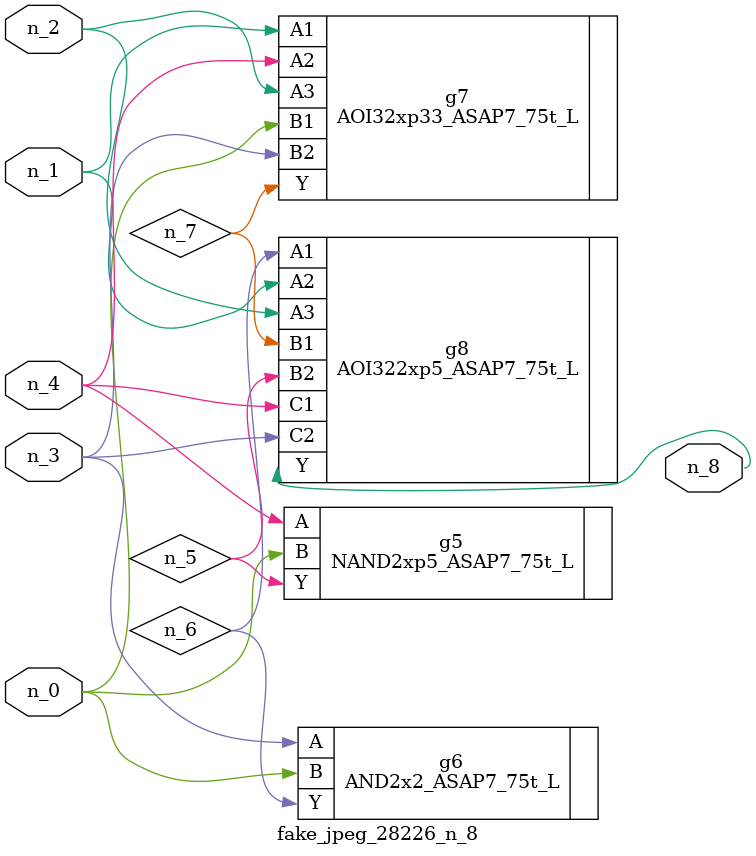
<source format=v>
module fake_jpeg_28226_n_8 (n_3, n_2, n_1, n_0, n_4, n_8);

input n_3;
input n_2;
input n_1;
input n_0;
input n_4;

output n_8;

wire n_6;
wire n_5;
wire n_7;

NAND2xp5_ASAP7_75t_L g5 ( 
.A(n_4),
.B(n_0),
.Y(n_5)
);

AND2x2_ASAP7_75t_L g6 ( 
.A(n_3),
.B(n_0),
.Y(n_6)
);

AOI32xp33_ASAP7_75t_L g7 ( 
.A1(n_1),
.A2(n_4),
.A3(n_2),
.B1(n_0),
.B2(n_3),
.Y(n_7)
);

AOI322xp5_ASAP7_75t_L g8 ( 
.A1(n_6),
.A2(n_1),
.A3(n_2),
.B1(n_7),
.B2(n_5),
.C1(n_4),
.C2(n_3),
.Y(n_8)
);


endmodule
</source>
